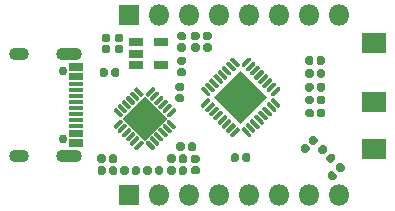
<source format=gbr>
%TF.GenerationSoftware,KiCad,Pcbnew,(5.1.6)-1*%
%TF.CreationDate,2020-09-21T22:35:42+08:00*%
%TF.ProjectId,Tiny-Hi3861,54696e79-2d48-4693-9338-36312e6b6963,V1.0*%
%TF.SameCoordinates,Original*%
%TF.FileFunction,Soldermask,Top*%
%TF.FilePolarity,Negative*%
%FSLAX46Y46*%
G04 Gerber Fmt 4.6, Leading zero omitted, Abs format (unit mm)*
G04 Created by KiCad (PCBNEW (5.1.6)-1) date 2020-09-21 22:35:42*
%MOMM*%
%LPD*%
G01*
G04 APERTURE LIST*
%ADD10O,1.800000X1.800000*%
%ADD11R,1.800000X1.800000*%
%ADD12C,0.100000*%
%ADD13R,2.001520X1.701800*%
%ADD14R,1.160000X0.750000*%
%ADD15R,1.250000X0.400000*%
%ADD16C,0.750000*%
%ADD17O,1.700000X1.100000*%
%ADD18O,2.200000X1.100000*%
G04 APERTURE END LIST*
D10*
%TO.C,J2*%
X184150000Y-108000000D03*
X181610000Y-108000000D03*
X179070000Y-108000000D03*
X176530000Y-108000000D03*
X173990000Y-108000000D03*
X171450000Y-108000000D03*
X168910000Y-108000000D03*
D11*
X166370000Y-108000000D03*
%TD*%
D10*
%TO.C,J1*%
X184150000Y-92750000D03*
X181610000Y-92750000D03*
X179070000Y-92750000D03*
X176530000Y-92750000D03*
X173990000Y-92750000D03*
X171450000Y-92750000D03*
X168910000Y-92750000D03*
D11*
X166370000Y-92750000D03*
%TD*%
D12*
%TO.C,U1*%
G36*
X178062742Y-99700000D02*
G01*
X175800000Y-101962742D01*
X173537258Y-99700000D01*
X175800000Y-97437258D01*
X178062742Y-99700000D01*
G37*
G36*
G01*
X175720450Y-102501911D02*
X175154765Y-103067597D01*
G75*
G02*
X175031021Y-103067597I-61872J61872D01*
G01*
X174907277Y-102943853D01*
G75*
G02*
X174907277Y-102820109I61872J61872D01*
G01*
X175472963Y-102254423D01*
G75*
G02*
X175596707Y-102254423I61872J-61872D01*
G01*
X175720451Y-102378167D01*
G75*
G02*
X175720451Y-102501911I-61872J-61872D01*
G01*
G37*
G36*
G01*
X175366897Y-102148357D02*
X174801212Y-102714043D01*
G75*
G02*
X174677468Y-102714043I-61872J61872D01*
G01*
X174553724Y-102590299D01*
G75*
G02*
X174553724Y-102466555I61872J61872D01*
G01*
X175119410Y-101900869D01*
G75*
G02*
X175243154Y-101900869I61872J-61872D01*
G01*
X175366898Y-102024613D01*
G75*
G02*
X175366898Y-102148357I-61872J-61872D01*
G01*
G37*
G36*
G01*
X175013343Y-101794804D02*
X174447658Y-102360490D01*
G75*
G02*
X174323914Y-102360490I-61872J61872D01*
G01*
X174200170Y-102236746D01*
G75*
G02*
X174200170Y-102113002I61872J61872D01*
G01*
X174765856Y-101547316D01*
G75*
G02*
X174889600Y-101547316I61872J-61872D01*
G01*
X175013344Y-101671060D01*
G75*
G02*
X175013344Y-101794804I-61872J-61872D01*
G01*
G37*
G36*
G01*
X174659790Y-101441250D02*
X174094105Y-102006936D01*
G75*
G02*
X173970361Y-102006936I-61872J61872D01*
G01*
X173846617Y-101883192D01*
G75*
G02*
X173846617Y-101759448I61872J61872D01*
G01*
X174412303Y-101193762D01*
G75*
G02*
X174536047Y-101193762I61872J-61872D01*
G01*
X174659791Y-101317506D01*
G75*
G02*
X174659791Y-101441250I-61872J-61872D01*
G01*
G37*
G36*
G01*
X174306237Y-101087697D02*
X173740552Y-101653383D01*
G75*
G02*
X173616808Y-101653383I-61872J61872D01*
G01*
X173493064Y-101529639D01*
G75*
G02*
X173493064Y-101405895I61872J61872D01*
G01*
X174058750Y-100840209D01*
G75*
G02*
X174182494Y-100840209I61872J-61872D01*
G01*
X174306238Y-100963953D01*
G75*
G02*
X174306238Y-101087697I-61872J-61872D01*
G01*
G37*
G36*
G01*
X173952683Y-100734144D02*
X173386998Y-101299830D01*
G75*
G02*
X173263254Y-101299830I-61872J61872D01*
G01*
X173139510Y-101176086D01*
G75*
G02*
X173139510Y-101052342I61872J61872D01*
G01*
X173705196Y-100486656D01*
G75*
G02*
X173828940Y-100486656I61872J-61872D01*
G01*
X173952684Y-100610400D01*
G75*
G02*
X173952684Y-100734144I-61872J-61872D01*
G01*
G37*
G36*
G01*
X173599130Y-100380590D02*
X173033445Y-100946276D01*
G75*
G02*
X172909701Y-100946276I-61872J61872D01*
G01*
X172785957Y-100822532D01*
G75*
G02*
X172785957Y-100698788I61872J61872D01*
G01*
X173351643Y-100133102D01*
G75*
G02*
X173475387Y-100133102I61872J-61872D01*
G01*
X173599131Y-100256846D01*
G75*
G02*
X173599131Y-100380590I-61872J-61872D01*
G01*
G37*
G36*
G01*
X173245576Y-100027037D02*
X172679891Y-100592723D01*
G75*
G02*
X172556147Y-100592723I-61872J61872D01*
G01*
X172432403Y-100468979D01*
G75*
G02*
X172432403Y-100345235I61872J61872D01*
G01*
X172998089Y-99779549D01*
G75*
G02*
X173121833Y-99779549I61872J-61872D01*
G01*
X173245577Y-99903293D01*
G75*
G02*
X173245577Y-100027037I-61872J-61872D01*
G01*
G37*
G36*
G01*
X173245576Y-99496707D02*
X173121833Y-99620451D01*
G75*
G02*
X172998089Y-99620451I-61872J61872D01*
G01*
X172432403Y-99054765D01*
G75*
G02*
X172432403Y-98931021I61872J61872D01*
G01*
X172556147Y-98807277D01*
G75*
G02*
X172679891Y-98807277I61872J-61872D01*
G01*
X173245577Y-99372963D01*
G75*
G02*
X173245577Y-99496707I-61872J-61872D01*
G01*
G37*
G36*
G01*
X173599130Y-99143154D02*
X173475387Y-99266898D01*
G75*
G02*
X173351643Y-99266898I-61872J61872D01*
G01*
X172785957Y-98701212D01*
G75*
G02*
X172785957Y-98577468I61872J61872D01*
G01*
X172909701Y-98453724D01*
G75*
G02*
X173033445Y-98453724I61872J-61872D01*
G01*
X173599131Y-99019410D01*
G75*
G02*
X173599131Y-99143154I-61872J-61872D01*
G01*
G37*
G36*
G01*
X173952683Y-98789600D02*
X173828940Y-98913344D01*
G75*
G02*
X173705196Y-98913344I-61872J61872D01*
G01*
X173139510Y-98347658D01*
G75*
G02*
X173139510Y-98223914I61872J61872D01*
G01*
X173263254Y-98100170D01*
G75*
G02*
X173386998Y-98100170I61872J-61872D01*
G01*
X173952684Y-98665856D01*
G75*
G02*
X173952684Y-98789600I-61872J-61872D01*
G01*
G37*
G36*
G01*
X174306237Y-98436047D02*
X174182494Y-98559791D01*
G75*
G02*
X174058750Y-98559791I-61872J61872D01*
G01*
X173493064Y-97994105D01*
G75*
G02*
X173493064Y-97870361I61872J61872D01*
G01*
X173616808Y-97746617D01*
G75*
G02*
X173740552Y-97746617I61872J-61872D01*
G01*
X174306238Y-98312303D01*
G75*
G02*
X174306238Y-98436047I-61872J-61872D01*
G01*
G37*
G36*
G01*
X174659790Y-98082494D02*
X174536047Y-98206238D01*
G75*
G02*
X174412303Y-98206238I-61872J61872D01*
G01*
X173846617Y-97640552D01*
G75*
G02*
X173846617Y-97516808I61872J61872D01*
G01*
X173970361Y-97393064D01*
G75*
G02*
X174094105Y-97393064I61872J-61872D01*
G01*
X174659791Y-97958750D01*
G75*
G02*
X174659791Y-98082494I-61872J-61872D01*
G01*
G37*
G36*
G01*
X175013343Y-97728940D02*
X174889600Y-97852684D01*
G75*
G02*
X174765856Y-97852684I-61872J61872D01*
G01*
X174200170Y-97286998D01*
G75*
G02*
X174200170Y-97163254I61872J61872D01*
G01*
X174323914Y-97039510D01*
G75*
G02*
X174447658Y-97039510I61872J-61872D01*
G01*
X175013344Y-97605196D01*
G75*
G02*
X175013344Y-97728940I-61872J-61872D01*
G01*
G37*
G36*
G01*
X175366897Y-97375387D02*
X175243154Y-97499131D01*
G75*
G02*
X175119410Y-97499131I-61872J61872D01*
G01*
X174553724Y-96933445D01*
G75*
G02*
X174553724Y-96809701I61872J61872D01*
G01*
X174677468Y-96685957D01*
G75*
G02*
X174801212Y-96685957I61872J-61872D01*
G01*
X175366898Y-97251643D01*
G75*
G02*
X175366898Y-97375387I-61872J-61872D01*
G01*
G37*
G36*
G01*
X175720450Y-97021833D02*
X175596707Y-97145577D01*
G75*
G02*
X175472963Y-97145577I-61872J61872D01*
G01*
X174907277Y-96579891D01*
G75*
G02*
X174907277Y-96456147I61872J61872D01*
G01*
X175031021Y-96332403D01*
G75*
G02*
X175154765Y-96332403I61872J-61872D01*
G01*
X175720451Y-96898089D01*
G75*
G02*
X175720451Y-97021833I-61872J-61872D01*
G01*
G37*
G36*
G01*
X176692722Y-96579891D02*
X176127037Y-97145577D01*
G75*
G02*
X176003293Y-97145577I-61872J61872D01*
G01*
X175879549Y-97021833D01*
G75*
G02*
X175879549Y-96898089I61872J61872D01*
G01*
X176445235Y-96332403D01*
G75*
G02*
X176568979Y-96332403I61872J-61872D01*
G01*
X176692723Y-96456147D01*
G75*
G02*
X176692723Y-96579891I-61872J-61872D01*
G01*
G37*
G36*
G01*
X177046275Y-96933445D02*
X176480590Y-97499131D01*
G75*
G02*
X176356846Y-97499131I-61872J61872D01*
G01*
X176233102Y-97375387D01*
G75*
G02*
X176233102Y-97251643I61872J61872D01*
G01*
X176798788Y-96685957D01*
G75*
G02*
X176922532Y-96685957I61872J-61872D01*
G01*
X177046276Y-96809701D01*
G75*
G02*
X177046276Y-96933445I-61872J-61872D01*
G01*
G37*
G36*
G01*
X177399829Y-97286998D02*
X176834144Y-97852684D01*
G75*
G02*
X176710400Y-97852684I-61872J61872D01*
G01*
X176586656Y-97728940D01*
G75*
G02*
X176586656Y-97605196I61872J61872D01*
G01*
X177152342Y-97039510D01*
G75*
G02*
X177276086Y-97039510I61872J-61872D01*
G01*
X177399830Y-97163254D01*
G75*
G02*
X177399830Y-97286998I-61872J-61872D01*
G01*
G37*
G36*
G01*
X177753382Y-97640552D02*
X177187697Y-98206238D01*
G75*
G02*
X177063953Y-98206238I-61872J61872D01*
G01*
X176940209Y-98082494D01*
G75*
G02*
X176940209Y-97958750I61872J61872D01*
G01*
X177505895Y-97393064D01*
G75*
G02*
X177629639Y-97393064I61872J-61872D01*
G01*
X177753383Y-97516808D01*
G75*
G02*
X177753383Y-97640552I-61872J-61872D01*
G01*
G37*
G36*
G01*
X178106935Y-97994105D02*
X177541250Y-98559791D01*
G75*
G02*
X177417506Y-98559791I-61872J61872D01*
G01*
X177293762Y-98436047D01*
G75*
G02*
X177293762Y-98312303I61872J61872D01*
G01*
X177859448Y-97746617D01*
G75*
G02*
X177983192Y-97746617I61872J-61872D01*
G01*
X178106936Y-97870361D01*
G75*
G02*
X178106936Y-97994105I-61872J-61872D01*
G01*
G37*
G36*
G01*
X178460489Y-98347658D02*
X177894804Y-98913344D01*
G75*
G02*
X177771060Y-98913344I-61872J61872D01*
G01*
X177647316Y-98789600D01*
G75*
G02*
X177647316Y-98665856I61872J61872D01*
G01*
X178213002Y-98100170D01*
G75*
G02*
X178336746Y-98100170I61872J-61872D01*
G01*
X178460490Y-98223914D01*
G75*
G02*
X178460490Y-98347658I-61872J-61872D01*
G01*
G37*
G36*
G01*
X178814042Y-98701212D02*
X178248357Y-99266898D01*
G75*
G02*
X178124613Y-99266898I-61872J61872D01*
G01*
X178000869Y-99143154D01*
G75*
G02*
X178000869Y-99019410I61872J61872D01*
G01*
X178566555Y-98453724D01*
G75*
G02*
X178690299Y-98453724I61872J-61872D01*
G01*
X178814043Y-98577468D01*
G75*
G02*
X178814043Y-98701212I-61872J-61872D01*
G01*
G37*
G36*
G01*
X179167596Y-99054765D02*
X178601911Y-99620451D01*
G75*
G02*
X178478167Y-99620451I-61872J61872D01*
G01*
X178354423Y-99496707D01*
G75*
G02*
X178354423Y-99372963I61872J61872D01*
G01*
X178920109Y-98807277D01*
G75*
G02*
X179043853Y-98807277I61872J-61872D01*
G01*
X179167597Y-98931021D01*
G75*
G02*
X179167597Y-99054765I-61872J-61872D01*
G01*
G37*
G36*
G01*
X179167596Y-100468979D02*
X179043853Y-100592723D01*
G75*
G02*
X178920109Y-100592723I-61872J61872D01*
G01*
X178354423Y-100027037D01*
G75*
G02*
X178354423Y-99903293I61872J61872D01*
G01*
X178478167Y-99779549D01*
G75*
G02*
X178601911Y-99779549I61872J-61872D01*
G01*
X179167597Y-100345235D01*
G75*
G02*
X179167597Y-100468979I-61872J-61872D01*
G01*
G37*
G36*
G01*
X178814042Y-100822532D02*
X178690299Y-100946276D01*
G75*
G02*
X178566555Y-100946276I-61872J61872D01*
G01*
X178000869Y-100380590D01*
G75*
G02*
X178000869Y-100256846I61872J61872D01*
G01*
X178124613Y-100133102D01*
G75*
G02*
X178248357Y-100133102I61872J-61872D01*
G01*
X178814043Y-100698788D01*
G75*
G02*
X178814043Y-100822532I-61872J-61872D01*
G01*
G37*
G36*
G01*
X178460489Y-101176086D02*
X178336746Y-101299830D01*
G75*
G02*
X178213002Y-101299830I-61872J61872D01*
G01*
X177647316Y-100734144D01*
G75*
G02*
X177647316Y-100610400I61872J61872D01*
G01*
X177771060Y-100486656D01*
G75*
G02*
X177894804Y-100486656I61872J-61872D01*
G01*
X178460490Y-101052342D01*
G75*
G02*
X178460490Y-101176086I-61872J-61872D01*
G01*
G37*
G36*
G01*
X178106935Y-101529639D02*
X177983192Y-101653383D01*
G75*
G02*
X177859448Y-101653383I-61872J61872D01*
G01*
X177293762Y-101087697D01*
G75*
G02*
X177293762Y-100963953I61872J61872D01*
G01*
X177417506Y-100840209D01*
G75*
G02*
X177541250Y-100840209I61872J-61872D01*
G01*
X178106936Y-101405895D01*
G75*
G02*
X178106936Y-101529639I-61872J-61872D01*
G01*
G37*
G36*
G01*
X177753382Y-101883192D02*
X177629639Y-102006936D01*
G75*
G02*
X177505895Y-102006936I-61872J61872D01*
G01*
X176940209Y-101441250D01*
G75*
G02*
X176940209Y-101317506I61872J61872D01*
G01*
X177063953Y-101193762D01*
G75*
G02*
X177187697Y-101193762I61872J-61872D01*
G01*
X177753383Y-101759448D01*
G75*
G02*
X177753383Y-101883192I-61872J-61872D01*
G01*
G37*
G36*
G01*
X177399829Y-102236746D02*
X177276086Y-102360490D01*
G75*
G02*
X177152342Y-102360490I-61872J61872D01*
G01*
X176586656Y-101794804D01*
G75*
G02*
X176586656Y-101671060I61872J61872D01*
G01*
X176710400Y-101547316D01*
G75*
G02*
X176834144Y-101547316I61872J-61872D01*
G01*
X177399830Y-102113002D01*
G75*
G02*
X177399830Y-102236746I-61872J-61872D01*
G01*
G37*
G36*
G01*
X177046275Y-102590299D02*
X176922532Y-102714043D01*
G75*
G02*
X176798788Y-102714043I-61872J61872D01*
G01*
X176233102Y-102148357D01*
G75*
G02*
X176233102Y-102024613I61872J61872D01*
G01*
X176356846Y-101900869D01*
G75*
G02*
X176480590Y-101900869I61872J-61872D01*
G01*
X177046276Y-102466555D01*
G75*
G02*
X177046276Y-102590299I-61872J-61872D01*
G01*
G37*
G36*
G01*
X176692722Y-102943853D02*
X176568979Y-103067597D01*
G75*
G02*
X176445235Y-103067597I-61872J61872D01*
G01*
X175879549Y-102501911D01*
G75*
G02*
X175879549Y-102378167I61872J61872D01*
G01*
X176003293Y-102254423D01*
G75*
G02*
X176127037Y-102254423I61872J-61872D01*
G01*
X176692723Y-102820109D01*
G75*
G02*
X176692723Y-102943853I-61872J-61872D01*
G01*
G37*
%TD*%
D13*
%TO.C,E1*%
X187130000Y-100100000D03*
X187130000Y-104098340D03*
X187130000Y-95101660D03*
%TD*%
%TO.C,C13*%
G36*
G01*
X171760500Y-105540000D02*
X172155500Y-105540000D01*
G75*
G02*
X172328000Y-105712500I0J-172500D01*
G01*
X172328000Y-106057500D01*
G75*
G02*
X172155500Y-106230000I-172500J0D01*
G01*
X171760500Y-106230000D01*
G75*
G02*
X171588000Y-106057500I0J172500D01*
G01*
X171588000Y-105712500D01*
G75*
G02*
X171760500Y-105540000I172500J0D01*
G01*
G37*
G36*
G01*
X171760500Y-104570000D02*
X172155500Y-104570000D01*
G75*
G02*
X172328000Y-104742500I0J-172500D01*
G01*
X172328000Y-105087500D01*
G75*
G02*
X172155500Y-105260000I-172500J0D01*
G01*
X171760500Y-105260000D01*
G75*
G02*
X171588000Y-105087500I0J172500D01*
G01*
X171588000Y-104742500D01*
G75*
G02*
X171760500Y-104570000I172500J0D01*
G01*
G37*
%TD*%
%TO.C,R8*%
G36*
G01*
X172776500Y-95136000D02*
X173171500Y-95136000D01*
G75*
G02*
X173344000Y-95308500I0J-172500D01*
G01*
X173344000Y-95653500D01*
G75*
G02*
X173171500Y-95826000I-172500J0D01*
G01*
X172776500Y-95826000D01*
G75*
G02*
X172604000Y-95653500I0J172500D01*
G01*
X172604000Y-95308500D01*
G75*
G02*
X172776500Y-95136000I172500J0D01*
G01*
G37*
G36*
G01*
X172776500Y-94166000D02*
X173171500Y-94166000D01*
G75*
G02*
X173344000Y-94338500I0J-172500D01*
G01*
X173344000Y-94683500D01*
G75*
G02*
X173171500Y-94856000I-172500J0D01*
G01*
X172776500Y-94856000D01*
G75*
G02*
X172604000Y-94683500I0J172500D01*
G01*
X172604000Y-94338500D01*
G75*
G02*
X172776500Y-94166000I172500J0D01*
G01*
G37*
%TD*%
%TO.C,C20*%
G36*
G01*
X181980000Y-100842500D02*
X181980000Y-101237500D01*
G75*
G02*
X181807500Y-101410000I-172500J0D01*
G01*
X181462500Y-101410000D01*
G75*
G02*
X181290000Y-101237500I0J172500D01*
G01*
X181290000Y-100842500D01*
G75*
G02*
X181462500Y-100670000I172500J0D01*
G01*
X181807500Y-100670000D01*
G75*
G02*
X181980000Y-100842500I0J-172500D01*
G01*
G37*
G36*
G01*
X182950000Y-100842500D02*
X182950000Y-101237500D01*
G75*
G02*
X182777500Y-101410000I-172500J0D01*
G01*
X182432500Y-101410000D01*
G75*
G02*
X182260000Y-101237500I0J172500D01*
G01*
X182260000Y-100842500D01*
G75*
G02*
X182432500Y-100670000I172500J0D01*
G01*
X182777500Y-100670000D01*
G75*
G02*
X182950000Y-100842500I0J-172500D01*
G01*
G37*
%TD*%
%TO.C,C19*%
G36*
G01*
X182250000Y-99037500D02*
X182250000Y-98642500D01*
G75*
G02*
X182422500Y-98470000I172500J0D01*
G01*
X182767500Y-98470000D01*
G75*
G02*
X182940000Y-98642500I0J-172500D01*
G01*
X182940000Y-99037500D01*
G75*
G02*
X182767500Y-99210000I-172500J0D01*
G01*
X182422500Y-99210000D01*
G75*
G02*
X182250000Y-99037500I0J172500D01*
G01*
G37*
G36*
G01*
X181280000Y-99037500D02*
X181280000Y-98642500D01*
G75*
G02*
X181452500Y-98470000I172500J0D01*
G01*
X181797500Y-98470000D01*
G75*
G02*
X181970000Y-98642500I0J-172500D01*
G01*
X181970000Y-99037500D01*
G75*
G02*
X181797500Y-99210000I-172500J0D01*
G01*
X181452500Y-99210000D01*
G75*
G02*
X181280000Y-99037500I0J172500D01*
G01*
G37*
%TD*%
%TO.C,C18*%
G36*
G01*
X182260000Y-97887500D02*
X182260000Y-97492500D01*
G75*
G02*
X182432500Y-97320000I172500J0D01*
G01*
X182777500Y-97320000D01*
G75*
G02*
X182950000Y-97492500I0J-172500D01*
G01*
X182950000Y-97887500D01*
G75*
G02*
X182777500Y-98060000I-172500J0D01*
G01*
X182432500Y-98060000D01*
G75*
G02*
X182260000Y-97887500I0J172500D01*
G01*
G37*
G36*
G01*
X181290000Y-97887500D02*
X181290000Y-97492500D01*
G75*
G02*
X181462500Y-97320000I172500J0D01*
G01*
X181807500Y-97320000D01*
G75*
G02*
X181980000Y-97492500I0J-172500D01*
G01*
X181980000Y-97887500D01*
G75*
G02*
X181807500Y-98060000I-172500J0D01*
G01*
X181462500Y-98060000D01*
G75*
G02*
X181290000Y-97887500I0J172500D01*
G01*
G37*
%TD*%
%TO.C,C17*%
G36*
G01*
X181970000Y-99732500D02*
X181970000Y-100127500D01*
G75*
G02*
X181797500Y-100300000I-172500J0D01*
G01*
X181452500Y-100300000D01*
G75*
G02*
X181280000Y-100127500I0J172500D01*
G01*
X181280000Y-99732500D01*
G75*
G02*
X181452500Y-99560000I172500J0D01*
G01*
X181797500Y-99560000D01*
G75*
G02*
X181970000Y-99732500I0J-172500D01*
G01*
G37*
G36*
G01*
X182940000Y-99732500D02*
X182940000Y-100127500D01*
G75*
G02*
X182767500Y-100300000I-172500J0D01*
G01*
X182422500Y-100300000D01*
G75*
G02*
X182250000Y-100127500I0J172500D01*
G01*
X182250000Y-99732500D01*
G75*
G02*
X182422500Y-99560000I172500J0D01*
G01*
X182767500Y-99560000D01*
G75*
G02*
X182940000Y-99732500I0J-172500D01*
G01*
G37*
%TD*%
%TO.C,D2*%
G36*
G01*
X172155500Y-94856000D02*
X171760500Y-94856000D01*
G75*
G02*
X171588000Y-94683500I0J172500D01*
G01*
X171588000Y-94338500D01*
G75*
G02*
X171760500Y-94166000I172500J0D01*
G01*
X172155500Y-94166000D01*
G75*
G02*
X172328000Y-94338500I0J-172500D01*
G01*
X172328000Y-94683500D01*
G75*
G02*
X172155500Y-94856000I-172500J0D01*
G01*
G37*
G36*
G01*
X172155500Y-95826000D02*
X171760500Y-95826000D01*
G75*
G02*
X171588000Y-95653500I0J172500D01*
G01*
X171588000Y-95308500D01*
G75*
G02*
X171760500Y-95136000I172500J0D01*
G01*
X172155500Y-95136000D01*
G75*
G02*
X172328000Y-95308500I0J-172500D01*
G01*
X172328000Y-95653500D01*
G75*
G02*
X172155500Y-95826000I-172500J0D01*
G01*
G37*
%TD*%
%TO.C,PWR1*%
G36*
G01*
X164597500Y-95010000D02*
X164202500Y-95010000D01*
G75*
G02*
X164030000Y-94837500I0J172500D01*
G01*
X164030000Y-94492500D01*
G75*
G02*
X164202500Y-94320000I172500J0D01*
G01*
X164597500Y-94320000D01*
G75*
G02*
X164770000Y-94492500I0J-172500D01*
G01*
X164770000Y-94837500D01*
G75*
G02*
X164597500Y-95010000I-172500J0D01*
G01*
G37*
G36*
G01*
X164597500Y-95980000D02*
X164202500Y-95980000D01*
G75*
G02*
X164030000Y-95807500I0J172500D01*
G01*
X164030000Y-95462500D01*
G75*
G02*
X164202500Y-95290000I172500J0D01*
G01*
X164597500Y-95290000D01*
G75*
G02*
X164770000Y-95462500I0J-172500D01*
G01*
X164770000Y-95807500D01*
G75*
G02*
X164597500Y-95980000I-172500J0D01*
G01*
G37*
%TD*%
%TO.C,L2*%
G36*
G01*
X183140658Y-104261351D02*
X182861351Y-104540659D01*
G75*
G02*
X182617399Y-104540659I-121976J121976D01*
G01*
X182373447Y-104296707D01*
G75*
G02*
X182373447Y-104052755I121976J121976D01*
G01*
X182652755Y-103773447D01*
G75*
G02*
X182896707Y-103773447I121976J-121976D01*
G01*
X183140659Y-104017399D01*
G75*
G02*
X183140659Y-104261351I-121976J-121976D01*
G01*
G37*
G36*
G01*
X183826552Y-104947245D02*
X183547245Y-105226553D01*
G75*
G02*
X183303293Y-105226553I-121976J121976D01*
G01*
X183059341Y-104982601D01*
G75*
G02*
X183059341Y-104738649I121976J121976D01*
G01*
X183338649Y-104459341D01*
G75*
G02*
X183582601Y-104459341I121976J-121976D01*
G01*
X183826553Y-104703293D01*
G75*
G02*
X183826553Y-104947245I-121976J-121976D01*
G01*
G37*
%TD*%
%TO.C,C16*%
G36*
G01*
X181361351Y-103659342D02*
X181640659Y-103938649D01*
G75*
G02*
X181640659Y-104182601I-121976J-121976D01*
G01*
X181396707Y-104426553D01*
G75*
G02*
X181152755Y-104426553I-121976J121976D01*
G01*
X180873447Y-104147245D01*
G75*
G02*
X180873447Y-103903293I121976J121976D01*
G01*
X181117399Y-103659341D01*
G75*
G02*
X181361351Y-103659341I121976J-121976D01*
G01*
G37*
G36*
G01*
X182047245Y-102973448D02*
X182326553Y-103252755D01*
G75*
G02*
X182326553Y-103496707I-121976J-121976D01*
G01*
X182082601Y-103740659D01*
G75*
G02*
X181838649Y-103740659I-121976J121976D01*
G01*
X181559341Y-103461351D01*
G75*
G02*
X181559341Y-103217399I121976J121976D01*
G01*
X181803293Y-102973447D01*
G75*
G02*
X182047245Y-102973447I121976J-121976D01*
G01*
G37*
%TD*%
%TO.C,C15*%
G36*
G01*
X183661351Y-105959342D02*
X183940659Y-106238649D01*
G75*
G02*
X183940659Y-106482601I-121976J-121976D01*
G01*
X183696707Y-106726553D01*
G75*
G02*
X183452755Y-106726553I-121976J121976D01*
G01*
X183173447Y-106447245D01*
G75*
G02*
X183173447Y-106203293I121976J121976D01*
G01*
X183417399Y-105959341D01*
G75*
G02*
X183661351Y-105959341I121976J-121976D01*
G01*
G37*
G36*
G01*
X184347245Y-105273448D02*
X184626553Y-105552755D01*
G75*
G02*
X184626553Y-105796707I-121976J-121976D01*
G01*
X184382601Y-106040659D01*
G75*
G02*
X184138649Y-106040659I-121976J121976D01*
G01*
X183859341Y-105761351D01*
G75*
G02*
X183859341Y-105517399I121976J121976D01*
G01*
X184103293Y-105273447D01*
G75*
G02*
X184347245Y-105273447I121976J-121976D01*
G01*
G37*
%TD*%
D12*
%TO.C,U3*%
G36*
X167680761Y-103409188D02*
G01*
X165771573Y-101500000D01*
X167680761Y-99590812D01*
X169589949Y-101500000D01*
X167680761Y-103409188D01*
G37*
G36*
G01*
X165568279Y-101402773D02*
X165037949Y-100872443D01*
G75*
G02*
X165037949Y-100748699I61872J61872D01*
G01*
X165161693Y-100624955D01*
G75*
G02*
X165285437Y-100624955I61872J-61872D01*
G01*
X165815767Y-101155285D01*
G75*
G02*
X165815767Y-101279029I-61872J-61872D01*
G01*
X165692023Y-101402773D01*
G75*
G02*
X165568279Y-101402773I-61872J61872D01*
G01*
G37*
G36*
G01*
X165921833Y-101049220D02*
X165391503Y-100518890D01*
G75*
G02*
X165391503Y-100395146I61872J61872D01*
G01*
X165515247Y-100271402D01*
G75*
G02*
X165638991Y-100271402I61872J-61872D01*
G01*
X166169321Y-100801732D01*
G75*
G02*
X166169321Y-100925476I-61872J-61872D01*
G01*
X166045577Y-101049220D01*
G75*
G02*
X165921833Y-101049220I-61872J61872D01*
G01*
G37*
G36*
G01*
X166275386Y-100695666D02*
X165745056Y-100165336D01*
G75*
G02*
X165745056Y-100041592I61872J61872D01*
G01*
X165868800Y-99917848D01*
G75*
G02*
X165992544Y-99917848I61872J-61872D01*
G01*
X166522874Y-100448178D01*
G75*
G02*
X166522874Y-100571922I-61872J-61872D01*
G01*
X166399130Y-100695666D01*
G75*
G02*
X166275386Y-100695666I-61872J61872D01*
G01*
G37*
G36*
G01*
X166628939Y-100342113D02*
X166098609Y-99811783D01*
G75*
G02*
X166098609Y-99688039I61872J61872D01*
G01*
X166222353Y-99564295D01*
G75*
G02*
X166346097Y-99564295I61872J-61872D01*
G01*
X166876427Y-100094625D01*
G75*
G02*
X166876427Y-100218369I-61872J-61872D01*
G01*
X166752683Y-100342113D01*
G75*
G02*
X166628939Y-100342113I-61872J61872D01*
G01*
G37*
G36*
G01*
X166982493Y-99988560D02*
X166452163Y-99458230D01*
G75*
G02*
X166452163Y-99334486I61872J61872D01*
G01*
X166575907Y-99210742D01*
G75*
G02*
X166699651Y-99210742I61872J-61872D01*
G01*
X167229981Y-99741072D01*
G75*
G02*
X167229981Y-99864816I-61872J-61872D01*
G01*
X167106237Y-99988560D01*
G75*
G02*
X166982493Y-99988560I-61872J61872D01*
G01*
G37*
G36*
G01*
X167336046Y-99635006D02*
X166805716Y-99104676D01*
G75*
G02*
X166805716Y-98980932I61872J61872D01*
G01*
X166929460Y-98857188D01*
G75*
G02*
X167053204Y-98857188I61872J-61872D01*
G01*
X167583534Y-99387518D01*
G75*
G02*
X167583534Y-99511262I-61872J-61872D01*
G01*
X167459790Y-99635006D01*
G75*
G02*
X167336046Y-99635006I-61872J61872D01*
G01*
G37*
G36*
G01*
X167901732Y-99635006D02*
X167777988Y-99511262D01*
G75*
G02*
X167777988Y-99387518I61872J61872D01*
G01*
X168308318Y-98857188D01*
G75*
G02*
X168432062Y-98857188I61872J-61872D01*
G01*
X168555806Y-98980932D01*
G75*
G02*
X168555806Y-99104676I-61872J-61872D01*
G01*
X168025476Y-99635006D01*
G75*
G02*
X167901732Y-99635006I-61872J61872D01*
G01*
G37*
G36*
G01*
X168255285Y-99988560D02*
X168131541Y-99864816D01*
G75*
G02*
X168131541Y-99741072I61872J61872D01*
G01*
X168661871Y-99210742D01*
G75*
G02*
X168785615Y-99210742I61872J-61872D01*
G01*
X168909359Y-99334486D01*
G75*
G02*
X168909359Y-99458230I-61872J-61872D01*
G01*
X168379029Y-99988560D01*
G75*
G02*
X168255285Y-99988560I-61872J61872D01*
G01*
G37*
G36*
G01*
X168608839Y-100342113D02*
X168485095Y-100218369D01*
G75*
G02*
X168485095Y-100094625I61872J61872D01*
G01*
X169015425Y-99564295D01*
G75*
G02*
X169139169Y-99564295I61872J-61872D01*
G01*
X169262913Y-99688039D01*
G75*
G02*
X169262913Y-99811783I-61872J-61872D01*
G01*
X168732583Y-100342113D01*
G75*
G02*
X168608839Y-100342113I-61872J61872D01*
G01*
G37*
G36*
G01*
X168962392Y-100695666D02*
X168838648Y-100571922D01*
G75*
G02*
X168838648Y-100448178I61872J61872D01*
G01*
X169368978Y-99917848D01*
G75*
G02*
X169492722Y-99917848I61872J-61872D01*
G01*
X169616466Y-100041592D01*
G75*
G02*
X169616466Y-100165336I-61872J-61872D01*
G01*
X169086136Y-100695666D01*
G75*
G02*
X168962392Y-100695666I-61872J61872D01*
G01*
G37*
G36*
G01*
X169315945Y-101049220D02*
X169192201Y-100925476D01*
G75*
G02*
X169192201Y-100801732I61872J61872D01*
G01*
X169722531Y-100271402D01*
G75*
G02*
X169846275Y-100271402I61872J-61872D01*
G01*
X169970019Y-100395146D01*
G75*
G02*
X169970019Y-100518890I-61872J-61872D01*
G01*
X169439689Y-101049220D01*
G75*
G02*
X169315945Y-101049220I-61872J61872D01*
G01*
G37*
G36*
G01*
X169669499Y-101402773D02*
X169545755Y-101279029D01*
G75*
G02*
X169545755Y-101155285I61872J61872D01*
G01*
X170076085Y-100624955D01*
G75*
G02*
X170199829Y-100624955I61872J-61872D01*
G01*
X170323573Y-100748699D01*
G75*
G02*
X170323573Y-100872443I-61872J-61872D01*
G01*
X169793243Y-101402773D01*
G75*
G02*
X169669499Y-101402773I-61872J61872D01*
G01*
G37*
G36*
G01*
X170076085Y-102375045D02*
X169545755Y-101844715D01*
G75*
G02*
X169545755Y-101720971I61872J61872D01*
G01*
X169669499Y-101597227D01*
G75*
G02*
X169793243Y-101597227I61872J-61872D01*
G01*
X170323573Y-102127557D01*
G75*
G02*
X170323573Y-102251301I-61872J-61872D01*
G01*
X170199829Y-102375045D01*
G75*
G02*
X170076085Y-102375045I-61872J61872D01*
G01*
G37*
G36*
G01*
X169722531Y-102728598D02*
X169192201Y-102198268D01*
G75*
G02*
X169192201Y-102074524I61872J61872D01*
G01*
X169315945Y-101950780D01*
G75*
G02*
X169439689Y-101950780I61872J-61872D01*
G01*
X169970019Y-102481110D01*
G75*
G02*
X169970019Y-102604854I-61872J-61872D01*
G01*
X169846275Y-102728598D01*
G75*
G02*
X169722531Y-102728598I-61872J61872D01*
G01*
G37*
G36*
G01*
X169368978Y-103082152D02*
X168838648Y-102551822D01*
G75*
G02*
X168838648Y-102428078I61872J61872D01*
G01*
X168962392Y-102304334D01*
G75*
G02*
X169086136Y-102304334I61872J-61872D01*
G01*
X169616466Y-102834664D01*
G75*
G02*
X169616466Y-102958408I-61872J-61872D01*
G01*
X169492722Y-103082152D01*
G75*
G02*
X169368978Y-103082152I-61872J61872D01*
G01*
G37*
G36*
G01*
X169015425Y-103435705D02*
X168485095Y-102905375D01*
G75*
G02*
X168485095Y-102781631I61872J61872D01*
G01*
X168608839Y-102657887D01*
G75*
G02*
X168732583Y-102657887I61872J-61872D01*
G01*
X169262913Y-103188217D01*
G75*
G02*
X169262913Y-103311961I-61872J-61872D01*
G01*
X169139169Y-103435705D01*
G75*
G02*
X169015425Y-103435705I-61872J61872D01*
G01*
G37*
G36*
G01*
X168661871Y-103789258D02*
X168131541Y-103258928D01*
G75*
G02*
X168131541Y-103135184I61872J61872D01*
G01*
X168255285Y-103011440D01*
G75*
G02*
X168379029Y-103011440I61872J-61872D01*
G01*
X168909359Y-103541770D01*
G75*
G02*
X168909359Y-103665514I-61872J-61872D01*
G01*
X168785615Y-103789258D01*
G75*
G02*
X168661871Y-103789258I-61872J61872D01*
G01*
G37*
G36*
G01*
X168308318Y-104142812D02*
X167777988Y-103612482D01*
G75*
G02*
X167777988Y-103488738I61872J61872D01*
G01*
X167901732Y-103364994D01*
G75*
G02*
X168025476Y-103364994I61872J-61872D01*
G01*
X168555806Y-103895324D01*
G75*
G02*
X168555806Y-104019068I-61872J-61872D01*
G01*
X168432062Y-104142812D01*
G75*
G02*
X168308318Y-104142812I-61872J61872D01*
G01*
G37*
G36*
G01*
X166929460Y-104142812D02*
X166805716Y-104019068D01*
G75*
G02*
X166805716Y-103895324I61872J61872D01*
G01*
X167336046Y-103364994D01*
G75*
G02*
X167459790Y-103364994I61872J-61872D01*
G01*
X167583534Y-103488738D01*
G75*
G02*
X167583534Y-103612482I-61872J-61872D01*
G01*
X167053204Y-104142812D01*
G75*
G02*
X166929460Y-104142812I-61872J61872D01*
G01*
G37*
G36*
G01*
X166575907Y-103789258D02*
X166452163Y-103665514D01*
G75*
G02*
X166452163Y-103541770I61872J61872D01*
G01*
X166982493Y-103011440D01*
G75*
G02*
X167106237Y-103011440I61872J-61872D01*
G01*
X167229981Y-103135184D01*
G75*
G02*
X167229981Y-103258928I-61872J-61872D01*
G01*
X166699651Y-103789258D01*
G75*
G02*
X166575907Y-103789258I-61872J61872D01*
G01*
G37*
G36*
G01*
X166222353Y-103435705D02*
X166098609Y-103311961D01*
G75*
G02*
X166098609Y-103188217I61872J61872D01*
G01*
X166628939Y-102657887D01*
G75*
G02*
X166752683Y-102657887I61872J-61872D01*
G01*
X166876427Y-102781631D01*
G75*
G02*
X166876427Y-102905375I-61872J-61872D01*
G01*
X166346097Y-103435705D01*
G75*
G02*
X166222353Y-103435705I-61872J61872D01*
G01*
G37*
G36*
G01*
X165868800Y-103082152D02*
X165745056Y-102958408D01*
G75*
G02*
X165745056Y-102834664I61872J61872D01*
G01*
X166275386Y-102304334D01*
G75*
G02*
X166399130Y-102304334I61872J-61872D01*
G01*
X166522874Y-102428078D01*
G75*
G02*
X166522874Y-102551822I-61872J-61872D01*
G01*
X165992544Y-103082152D01*
G75*
G02*
X165868800Y-103082152I-61872J61872D01*
G01*
G37*
G36*
G01*
X165515247Y-102728598D02*
X165391503Y-102604854D01*
G75*
G02*
X165391503Y-102481110I61872J61872D01*
G01*
X165921833Y-101950780D01*
G75*
G02*
X166045577Y-101950780I61872J-61872D01*
G01*
X166169321Y-102074524D01*
G75*
G02*
X166169321Y-102198268I-61872J-61872D01*
G01*
X165638991Y-102728598D01*
G75*
G02*
X165515247Y-102728598I-61872J61872D01*
G01*
G37*
G36*
G01*
X165161693Y-102375045D02*
X165037949Y-102251301D01*
G75*
G02*
X165037949Y-102127557I61872J61872D01*
G01*
X165568279Y-101597227D01*
G75*
G02*
X165692023Y-101597227I61872J-61872D01*
G01*
X165815767Y-101720971D01*
G75*
G02*
X165815767Y-101844715I-61872J-61872D01*
G01*
X165285437Y-102375045D01*
G75*
G02*
X165161693Y-102375045I-61872J61872D01*
G01*
G37*
%TD*%
D14*
%TO.C,U2*%
X169100000Y-95050000D03*
X169100000Y-96950000D03*
X166900000Y-96950000D03*
X166900000Y-96000000D03*
X166900000Y-95050000D03*
%TD*%
%TO.C,R6*%
G36*
G01*
X164360000Y-104702500D02*
X164360000Y-105097500D01*
G75*
G02*
X164187500Y-105270000I-172500J0D01*
G01*
X163842500Y-105270000D01*
G75*
G02*
X163670000Y-105097500I0J172500D01*
G01*
X163670000Y-104702500D01*
G75*
G02*
X163842500Y-104530000I172500J0D01*
G01*
X164187500Y-104530000D01*
G75*
G02*
X164360000Y-104702500I0J-172500D01*
G01*
G37*
G36*
G01*
X165330000Y-104702500D02*
X165330000Y-105097500D01*
G75*
G02*
X165157500Y-105270000I-172500J0D01*
G01*
X164812500Y-105270000D01*
G75*
G02*
X164640000Y-105097500I0J172500D01*
G01*
X164640000Y-104702500D01*
G75*
G02*
X164812500Y-104530000I172500J0D01*
G01*
X165157500Y-104530000D01*
G75*
G02*
X165330000Y-104702500I0J-172500D01*
G01*
G37*
%TD*%
%TO.C,L1*%
G36*
G01*
X170847500Y-99160000D02*
X170452500Y-99160000D01*
G75*
G02*
X170280000Y-98987500I0J172500D01*
G01*
X170280000Y-98642500D01*
G75*
G02*
X170452500Y-98470000I172500J0D01*
G01*
X170847500Y-98470000D01*
G75*
G02*
X171020000Y-98642500I0J-172500D01*
G01*
X171020000Y-98987500D01*
G75*
G02*
X170847500Y-99160000I-172500J0D01*
G01*
G37*
G36*
G01*
X170847500Y-100130000D02*
X170452500Y-100130000D01*
G75*
G02*
X170280000Y-99957500I0J172500D01*
G01*
X170280000Y-99612500D01*
G75*
G02*
X170452500Y-99440000I172500J0D01*
G01*
X170847500Y-99440000D01*
G75*
G02*
X171020000Y-99612500I0J-172500D01*
G01*
X171020000Y-99957500D01*
G75*
G02*
X170847500Y-100130000I-172500J0D01*
G01*
G37*
%TD*%
D15*
%TO.C,J3*%
X161820000Y-103700000D03*
X161820000Y-102900000D03*
X161820000Y-98100000D03*
X161820000Y-97300000D03*
X161820000Y-97000000D03*
X161820000Y-97800000D03*
X161820000Y-98600000D03*
X161820000Y-99100000D03*
X161820000Y-99600000D03*
X161820000Y-100100000D03*
X161820000Y-100600000D03*
X161820000Y-101100000D03*
X161820000Y-101600000D03*
X161820000Y-102100000D03*
X161820000Y-102600000D03*
X161820000Y-103400000D03*
D16*
X160755000Y-97460000D03*
X160755000Y-103240000D03*
D17*
X157075000Y-104670000D03*
X157075000Y-96030000D03*
D18*
X161255000Y-104670000D03*
X161255000Y-96030000D03*
%TD*%
%TO.C,C14*%
G36*
G01*
X170997500Y-94860000D02*
X170602500Y-94860000D01*
G75*
G02*
X170430000Y-94687500I0J172500D01*
G01*
X170430000Y-94342500D01*
G75*
G02*
X170602500Y-94170000I172500J0D01*
G01*
X170997500Y-94170000D01*
G75*
G02*
X171170000Y-94342500I0J-172500D01*
G01*
X171170000Y-94687500D01*
G75*
G02*
X170997500Y-94860000I-172500J0D01*
G01*
G37*
G36*
G01*
X170997500Y-95830000D02*
X170602500Y-95830000D01*
G75*
G02*
X170430000Y-95657500I0J172500D01*
G01*
X170430000Y-95312500D01*
G75*
G02*
X170602500Y-95140000I172500J0D01*
G01*
X170997500Y-95140000D01*
G75*
G02*
X171170000Y-95312500I0J-172500D01*
G01*
X171170000Y-95657500D01*
G75*
G02*
X170997500Y-95830000I-172500J0D01*
G01*
G37*
%TD*%
%TO.C,C12*%
G36*
G01*
X170570000Y-106097500D02*
X170570000Y-105702500D01*
G75*
G02*
X170742500Y-105530000I172500J0D01*
G01*
X171087500Y-105530000D01*
G75*
G02*
X171260000Y-105702500I0J-172500D01*
G01*
X171260000Y-106097500D01*
G75*
G02*
X171087500Y-106270000I-172500J0D01*
G01*
X170742500Y-106270000D01*
G75*
G02*
X170570000Y-106097500I0J172500D01*
G01*
G37*
G36*
G01*
X169600000Y-106097500D02*
X169600000Y-105702500D01*
G75*
G02*
X169772500Y-105530000I172500J0D01*
G01*
X170117500Y-105530000D01*
G75*
G02*
X170290000Y-105702500I0J-172500D01*
G01*
X170290000Y-106097500D01*
G75*
G02*
X170117500Y-106270000I-172500J0D01*
G01*
X169772500Y-106270000D01*
G75*
G02*
X169600000Y-106097500I0J172500D01*
G01*
G37*
%TD*%
%TO.C,C11*%
G36*
G01*
X166590000Y-106097500D02*
X166590000Y-105702500D01*
G75*
G02*
X166762500Y-105530000I172500J0D01*
G01*
X167107500Y-105530000D01*
G75*
G02*
X167280000Y-105702500I0J-172500D01*
G01*
X167280000Y-106097500D01*
G75*
G02*
X167107500Y-106270000I-172500J0D01*
G01*
X166762500Y-106270000D01*
G75*
G02*
X166590000Y-106097500I0J172500D01*
G01*
G37*
G36*
G01*
X165620000Y-106097500D02*
X165620000Y-105702500D01*
G75*
G02*
X165792500Y-105530000I172500J0D01*
G01*
X166137500Y-105530000D01*
G75*
G02*
X166310000Y-105702500I0J-172500D01*
G01*
X166310000Y-106097500D01*
G75*
G02*
X166137500Y-106270000I-172500J0D01*
G01*
X165792500Y-106270000D01*
G75*
G02*
X165620000Y-106097500I0J172500D01*
G01*
G37*
%TD*%
%TO.C,C10*%
G36*
G01*
X165697500Y-95010000D02*
X165302500Y-95010000D01*
G75*
G02*
X165130000Y-94837500I0J172500D01*
G01*
X165130000Y-94492500D01*
G75*
G02*
X165302500Y-94320000I172500J0D01*
G01*
X165697500Y-94320000D01*
G75*
G02*
X165870000Y-94492500I0J-172500D01*
G01*
X165870000Y-94837500D01*
G75*
G02*
X165697500Y-95010000I-172500J0D01*
G01*
G37*
G36*
G01*
X165697500Y-95980000D02*
X165302500Y-95980000D01*
G75*
G02*
X165130000Y-95807500I0J172500D01*
G01*
X165130000Y-95462500D01*
G75*
G02*
X165302500Y-95290000I172500J0D01*
G01*
X165697500Y-95290000D01*
G75*
G02*
X165870000Y-95462500I0J-172500D01*
G01*
X165870000Y-95807500D01*
G75*
G02*
X165697500Y-95980000I-172500J0D01*
G01*
G37*
%TD*%
%TO.C,C9*%
G36*
G01*
X168540000Y-106097500D02*
X168540000Y-105702500D01*
G75*
G02*
X168712500Y-105530000I172500J0D01*
G01*
X169057500Y-105530000D01*
G75*
G02*
X169230000Y-105702500I0J-172500D01*
G01*
X169230000Y-106097500D01*
G75*
G02*
X169057500Y-106270000I-172500J0D01*
G01*
X168712500Y-106270000D01*
G75*
G02*
X168540000Y-106097500I0J172500D01*
G01*
G37*
G36*
G01*
X167570000Y-106097500D02*
X167570000Y-105702500D01*
G75*
G02*
X167742500Y-105530000I172500J0D01*
G01*
X168087500Y-105530000D01*
G75*
G02*
X168260000Y-105702500I0J-172500D01*
G01*
X168260000Y-106097500D01*
G75*
G02*
X168087500Y-106270000I-172500J0D01*
G01*
X167742500Y-106270000D01*
G75*
G02*
X167570000Y-106097500I0J172500D01*
G01*
G37*
%TD*%
%TO.C,C6*%
G36*
G01*
X170602500Y-97240000D02*
X170997500Y-97240000D01*
G75*
G02*
X171170000Y-97412500I0J-172500D01*
G01*
X171170000Y-97757500D01*
G75*
G02*
X170997500Y-97930000I-172500J0D01*
G01*
X170602500Y-97930000D01*
G75*
G02*
X170430000Y-97757500I0J172500D01*
G01*
X170430000Y-97412500D01*
G75*
G02*
X170602500Y-97240000I172500J0D01*
G01*
G37*
G36*
G01*
X170602500Y-96270000D02*
X170997500Y-96270000D01*
G75*
G02*
X171170000Y-96442500I0J-172500D01*
G01*
X171170000Y-96787500D01*
G75*
G02*
X170997500Y-96960000I-172500J0D01*
G01*
X170602500Y-96960000D01*
G75*
G02*
X170430000Y-96787500I0J172500D01*
G01*
X170430000Y-96442500D01*
G75*
G02*
X170602500Y-96270000I172500J0D01*
G01*
G37*
%TD*%
%TO.C,R5*%
G36*
G01*
X164560000Y-97402500D02*
X164560000Y-97797500D01*
G75*
G02*
X164387500Y-97970000I-172500J0D01*
G01*
X164042500Y-97970000D01*
G75*
G02*
X163870000Y-97797500I0J172500D01*
G01*
X163870000Y-97402500D01*
G75*
G02*
X164042500Y-97230000I172500J0D01*
G01*
X164387500Y-97230000D01*
G75*
G02*
X164560000Y-97402500I0J-172500D01*
G01*
G37*
G36*
G01*
X165530000Y-97402500D02*
X165530000Y-97797500D01*
G75*
G02*
X165357500Y-97970000I-172500J0D01*
G01*
X165012500Y-97970000D01*
G75*
G02*
X164840000Y-97797500I0J172500D01*
G01*
X164840000Y-97402500D01*
G75*
G02*
X165012500Y-97230000I172500J0D01*
G01*
X165357500Y-97230000D01*
G75*
G02*
X165530000Y-97402500I0J-172500D01*
G01*
G37*
%TD*%
%TO.C,R4*%
G36*
G01*
X171056000Y-103688500D02*
X171056000Y-104083500D01*
G75*
G02*
X170883500Y-104256000I-172500J0D01*
G01*
X170538500Y-104256000D01*
G75*
G02*
X170366000Y-104083500I0J172500D01*
G01*
X170366000Y-103688500D01*
G75*
G02*
X170538500Y-103516000I172500J0D01*
G01*
X170883500Y-103516000D01*
G75*
G02*
X171056000Y-103688500I0J-172500D01*
G01*
G37*
G36*
G01*
X172026000Y-103688500D02*
X172026000Y-104083500D01*
G75*
G02*
X171853500Y-104256000I-172500J0D01*
G01*
X171508500Y-104256000D01*
G75*
G02*
X171336000Y-104083500I0J172500D01*
G01*
X171336000Y-103688500D01*
G75*
G02*
X171508500Y-103516000I172500J0D01*
G01*
X171853500Y-103516000D01*
G75*
G02*
X172026000Y-103688500I0J-172500D01*
G01*
G37*
%TD*%
%TO.C,R3*%
G36*
G01*
X170574000Y-105099500D02*
X170574000Y-104704500D01*
G75*
G02*
X170746500Y-104532000I172500J0D01*
G01*
X171091500Y-104532000D01*
G75*
G02*
X171264000Y-104704500I0J-172500D01*
G01*
X171264000Y-105099500D01*
G75*
G02*
X171091500Y-105272000I-172500J0D01*
G01*
X170746500Y-105272000D01*
G75*
G02*
X170574000Y-105099500I0J172500D01*
G01*
G37*
G36*
G01*
X169604000Y-105099500D02*
X169604000Y-104704500D01*
G75*
G02*
X169776500Y-104532000I172500J0D01*
G01*
X170121500Y-104532000D01*
G75*
G02*
X170294000Y-104704500I0J-172500D01*
G01*
X170294000Y-105099500D01*
G75*
G02*
X170121500Y-105272000I-172500J0D01*
G01*
X169776500Y-105272000D01*
G75*
G02*
X169604000Y-105099500I0J172500D01*
G01*
G37*
%TD*%
%TO.C,C4*%
G36*
G01*
X181950000Y-96392500D02*
X181950000Y-96787500D01*
G75*
G02*
X181777500Y-96960000I-172500J0D01*
G01*
X181432500Y-96960000D01*
G75*
G02*
X181260000Y-96787500I0J172500D01*
G01*
X181260000Y-96392500D01*
G75*
G02*
X181432500Y-96220000I172500J0D01*
G01*
X181777500Y-96220000D01*
G75*
G02*
X181950000Y-96392500I0J-172500D01*
G01*
G37*
G36*
G01*
X182920000Y-96392500D02*
X182920000Y-96787500D01*
G75*
G02*
X182747500Y-96960000I-172500J0D01*
G01*
X182402500Y-96960000D01*
G75*
G02*
X182230000Y-96787500I0J172500D01*
G01*
X182230000Y-96392500D01*
G75*
G02*
X182402500Y-96220000I172500J0D01*
G01*
X182747500Y-96220000D01*
G75*
G02*
X182920000Y-96392500I0J-172500D01*
G01*
G37*
%TD*%
%TO.C,C1*%
G36*
G01*
X175940000Y-104997500D02*
X175940000Y-104602500D01*
G75*
G02*
X176112500Y-104430000I172500J0D01*
G01*
X176457500Y-104430000D01*
G75*
G02*
X176630000Y-104602500I0J-172500D01*
G01*
X176630000Y-104997500D01*
G75*
G02*
X176457500Y-105170000I-172500J0D01*
G01*
X176112500Y-105170000D01*
G75*
G02*
X175940000Y-104997500I0J172500D01*
G01*
G37*
G36*
G01*
X174970000Y-104997500D02*
X174970000Y-104602500D01*
G75*
G02*
X175142500Y-104430000I172500J0D01*
G01*
X175487500Y-104430000D01*
G75*
G02*
X175660000Y-104602500I0J-172500D01*
G01*
X175660000Y-104997500D01*
G75*
G02*
X175487500Y-105170000I-172500J0D01*
G01*
X175142500Y-105170000D01*
G75*
G02*
X174970000Y-104997500I0J172500D01*
G01*
G37*
%TD*%
%TO.C,R2*%
G36*
G01*
X164375000Y-105702500D02*
X164375000Y-106097500D01*
G75*
G02*
X164202500Y-106270000I-172500J0D01*
G01*
X163857500Y-106270000D01*
G75*
G02*
X163685000Y-106097500I0J172500D01*
G01*
X163685000Y-105702500D01*
G75*
G02*
X163857500Y-105530000I172500J0D01*
G01*
X164202500Y-105530000D01*
G75*
G02*
X164375000Y-105702500I0J-172500D01*
G01*
G37*
G36*
G01*
X165345000Y-105702500D02*
X165345000Y-106097500D01*
G75*
G02*
X165172500Y-106270000I-172500J0D01*
G01*
X164827500Y-106270000D01*
G75*
G02*
X164655000Y-106097500I0J172500D01*
G01*
X164655000Y-105702500D01*
G75*
G02*
X164827500Y-105530000I172500J0D01*
G01*
X165172500Y-105530000D01*
G75*
G02*
X165345000Y-105702500I0J-172500D01*
G01*
G37*
%TD*%
M02*

</source>
